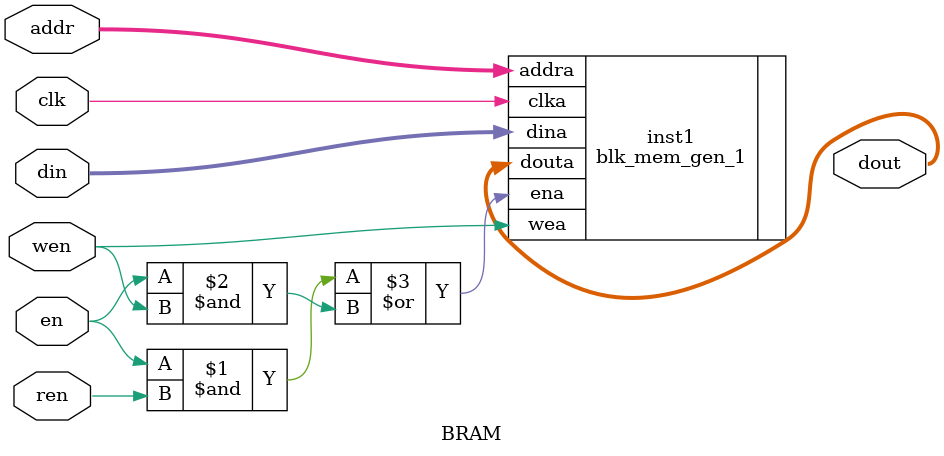
<source format=v>
`timescale 1ns / 1ps

module BRAM(clk, en, ren, wen, addr, din, dout);
input clk, en, wen, ren;
input [10:0] addr;
input [7:0] din;
output [7:0] dout;
    blk_mem_gen_1 inst1(.clka(clk),.ena((en&ren)|(en&wen)),.wea(wen),.addra(addr),.dina(din),.douta(dout));
endmodule
</source>
